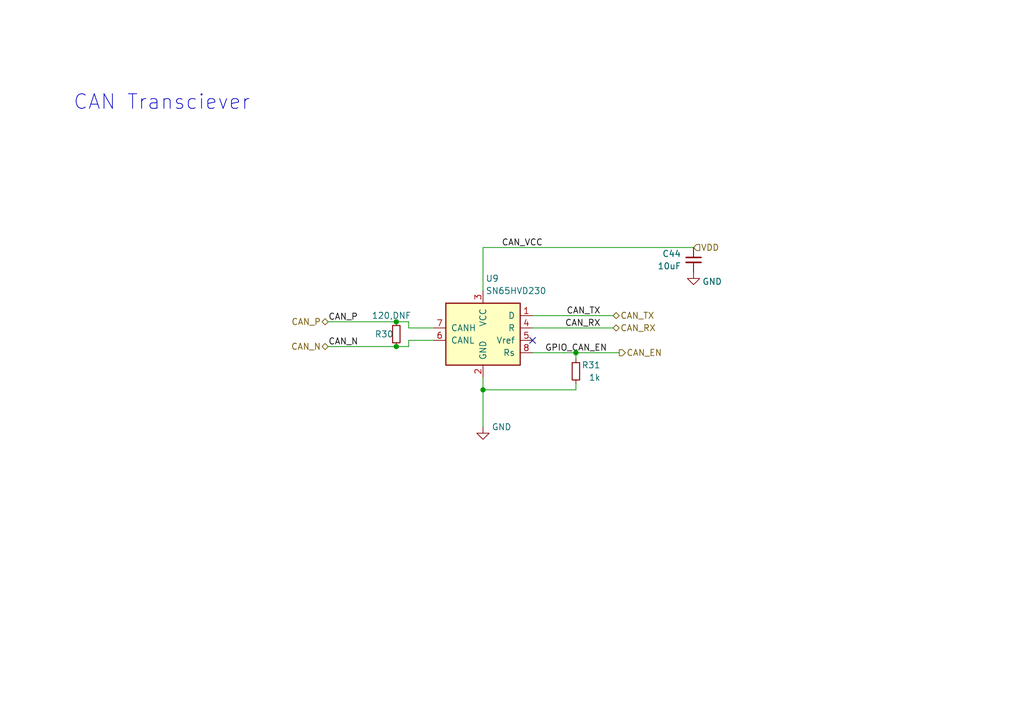
<source format=kicad_sch>
(kicad_sch (version 20211123) (generator eeschema)
  (paper "A5")
  (title_block (title "CAN RGB Controller") (date "2022-05-30") (rev "C") (company "cone.codes") (comment 1 "https://github.com/miata-bot/can-link"))
  (lib_symbols
    (symbol "Device:C_Small" (pin_numbers hide) (pin_names (offset 0.254) hide)
      (property "Reference" "C" (at 0.254 1.778 0))
      (property "Value" "C_Small" (at 0.254 -2.032 0))
      (symbol "C_Small_0_1"
        (polyline (pts (xy -1.524 -0.508) (xy 1.524 -0.508)) (stroke (width 0.3302)))
        (polyline (pts (xy -1.524 0.508) (xy 1.524 0.508)) (stroke (width 0.3048)))
      )
      (symbol "C_Small_1_1"
        (pin passive line (at 0 2.54 270) (length 2.032) (name "~") (number "1"))
        (pin passive line (at 0 -2.54 90) (length 2.032) (name "~") (number "2"))
      )
    )
    (symbol "Device:R_Small" (pin_numbers hide) (pin_names (offset 0.254) hide)
      (property "Reference" "R" (at 0.762 0.508 0))
      (property "Value" "R_Small" (at 0.762 -1.016 0))
      (symbol "R_Small_0_1"
        (rectangle (start -0.762 1.778) (end 0.762 -1.778) (stroke (width 0.2032)))
      )
      (symbol "R_Small_1_1"
        (pin passive line (at 0 2.54 270) (length 0.762) (name "~") (number "1"))
        (pin passive line (at 0 -2.54 90) (length 0.762) (name "~") (number "2"))
      )
    )
    (symbol "Interface_CAN_LIN:SN65HVD230" (pin_names (offset 1.016))
      (property "Reference" "U" (at -2.54 10.16 0))
      (property "Value" "SN65HVD230" (at -2.54 7.62 0))
      (symbol "SN65HVD230_0_1"
        (rectangle (start -7.62 5.08) (end 7.62 -7.62) (stroke (width 0.254)) (fill (type background)))
      )
      (symbol "SN65HVD230_1_1"
        (pin input line (at -10.16 2.54 0) (length 2.54) (name "D") (number "1"))
        (pin power_in line (at 0 -10.16 90) (length 2.54) (name "GND") (number "2"))
        (pin power_in line (at 0 7.62 270) (length 2.54) (name "VCC") (number "3"))
        (pin output line (at -10.16 0 0) (length 2.54) (name "R") (number "4"))
        (pin output line (at -10.16 -2.54 0) (length 2.54) (name "Vref") (number "5"))
        (pin bidirectional line (at 10.16 -2.54 180) (length 2.54) (name "CANL") (number "6"))
        (pin bidirectional line (at 10.16 0 180) (length 2.54) (name "CANH") (number "7"))
        (pin input line (at -10.16 -5.08 0) (length 2.54) (name "Rs") (number "8"))
      )
    )
    (symbol "power:GND" (power) (pin_names (offset 0))
      (property "Value" "GND" (at 0 -3.81 0))
      (symbol "GND_0_1"
        (polyline (pts (xy 0 0) (xy 0 -1.27) (xy 1.27 -1.27) (xy 0 -2.54) (xy -1.27 -1.27) (xy 0 -1.27)))
      )
      (symbol "GND_1_1"
        (pin power_in line (at 0 0 270) (length 0) hide (name "GND") (number "1"))
      )
    )
  )
  (junction (at 99.06 80.01))
  (junction (at 81.28 71.12))
  (junction (at 81.28 66.04))
  (junction (at 118.11 72.39))
  (no_connect (at 109.22 69.85))
  (wire (pts (xy 118.11 72.39) (xy 109.22 72.39)))
  (wire (pts (xy 125.73 64.77) (xy 109.22 64.77)))
  (wire (pts (xy 81.28 66.04) (xy 83.82 66.04)))
  (wire (pts (xy 83.82 71.12) (xy 81.28 71.12)))
  (wire (pts (xy 99.06 77.47) (xy 99.06 80.01)))
  (wire (pts (xy 83.82 69.85) (xy 88.9 69.85)))
  (wire (pts (xy 67.31 66.04) (xy 81.28 66.04)))
  (wire (pts (xy 118.11 73.66) (xy 118.11 72.39)))
  (wire (pts (xy 99.06 80.01) (xy 99.06 87.63)))
  (wire (pts (xy 99.06 50.8) (xy 142.24 50.8)))
  (wire (pts (xy 83.82 67.31) (xy 88.9 67.31)))
  (wire (pts (xy 118.11 72.39) (xy 127 72.39)))
  (wire (pts (xy 118.11 80.01) (xy 118.11 78.74)))
  (wire (pts (xy 99.06 50.8) (xy 99.06 59.69)))
  (wire (pts (xy 83.82 69.85) (xy 83.82 71.12)))
  (wire (pts (xy 83.82 66.04) (xy 83.82 67.31)))
  (wire (pts (xy 67.31 71.12) (xy 81.28 71.12)))
  (wire (pts (xy 99.06 80.01) (xy 118.11 80.01)))
  (wire (pts (xy 125.73 67.31) (xy 109.22 67.31)))
  (text "CAN Transciever" (at 51.435 22.86 180) (effects (font (size 3 3)) (justify right bottom)))
  (label "CAN_RX" (at 123.19 67.31 180))
  (label "CAN_N" (at 67.31 71.12 0))
  (label "CAN_TX" (at 123.19 64.77 180))
  (label "CAN_P" (at 67.31 66.04 0))
  (label "CAN_VCC" (at 102.87 50.8 0))
  (label "GPIO_CAN_EN" (at 111.76 72.39 0))
  (hierarchical_label "CAN_RX" (shape bidirectional) (at 125.73 67.31 0))
  (hierarchical_label "CAN_P" (shape bidirectional) (at 67.31 66.04 180))
  (hierarchical_label "CAN_TX" (shape bidirectional) (at 125.73 64.77 0))
  (hierarchical_label "CAN_EN" (shape output) (at 127 72.39 0))
  (hierarchical_label "VDD" (shape input) (at 142.24 50.8 0))
  (hierarchical_label "CAN_N" (shape bidirectional) (at 67.31 71.12 180))
  (symbol (lib_id "Device:R_Small") (at 81.28 68.58 0) (mirror x) (unit 1)
    (property "Reference" "R30" (at 76.835 68.58 0) (effects (justify left)))
    (property "Value" "120,DNF" (at 76.2 64.77 0) (effects (justify left)))
    (property "Footprint" "Resistor_SMD:R_0805_2012Metric" (effects hide))
    (property "MPN" "RMCF0805JT120R" (effects hide))
    (property "Description" "RES 120 OHM 5% 1/8W 0805" (effects hide))
  )
  (symbol (lib_id "Device:C_Small") (at 142.24 53.34 0) (unit 1)
    (property "Reference" "C44" (at 139.7 52.0762 0) (effects (justify right)))
    (property "Value" "10uF" (at 139.7 54.6162 0) (effects (justify right)))
    (property "Footprint" "Capacitor_SMD:C_0805_2012Metric" (effects hide))
    (property "MPN" "CL21A106KAFN3NE" (effects hide))
    (property "Description" "CAP CER 10UF 25V X5R 0805" (effects hide))
  )
  (symbol (lib_id "Device:R_Small") (at 118.11 76.2 0) (mirror y) (unit 1)
    (property "Reference" "R31" (at 123.19 74.93 0) (effects (justify left)))
    (property "Value" "1k" (at 123.19 77.47 0) (effects (justify left)))
    (property "Footprint" "Resistor_SMD:R_0402_1005Metric" (effects hide))
    (property "MPN" "RMCF0402FT1K00" (effects hide))
    (property "Description" "RES 1K OHM 1% 1/16W 0402" (effects hide))
  )
  (symbol (lib_id "Interface_CAN_LIN:SN65HVD230") (at 99.06 67.31 0) (mirror y) (unit 1) (in_bom no)
    (property "Reference" "U9" (at 99.5806 57.15 0) (effects (justify right)))
    (property "Value" "SN65HVD230" (at 99.5806 59.69 0) (effects (justify right)))
    (property "Footprint" "Package_SO:SOIC-8_3.9x4.9mm_P1.27mm" (effects hide))
    (property "Datasheet" "http://www.ti.com/lit/ds/symlink/sn65hvd230.pdf" (effects hide))
    (property "MPN" "SN65HVD230D" (effects hide))
    (property "Description" "CAN Interface IC STANDBY MODE " (effects hide))
    (property "LCSC" "C12084" (effects hide))
  )
  (symbol (lib_id "power:GND") (at 142.24 55.88 0) (mirror y) (unit 1)
    (property "Reference" "#PWR068" (effects hide))
    (property "Value" "GND" (at 146.05 57.785 0))
  )
  (symbol (lib_id "power:GND") (at 99.06 87.63 0) (mirror y) (unit 1)
    (property "Reference" "#PWR069" (effects hide))
    (property "Value" "GND" (at 102.87 87.63 0))
  )
)
</source>
